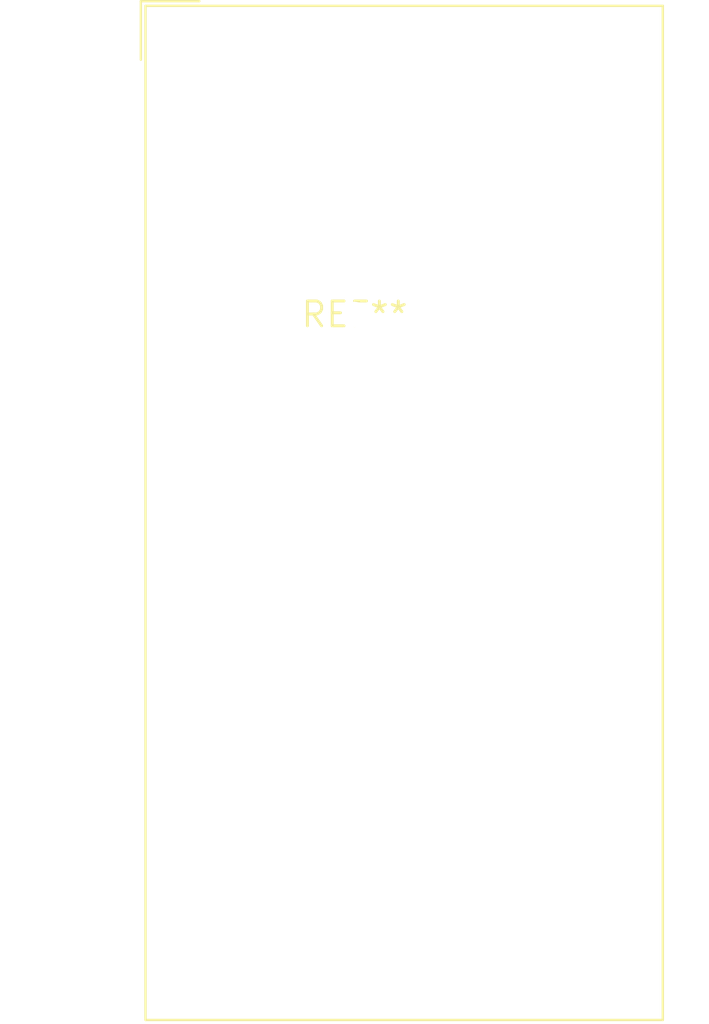
<source format=kicad_pcb>
(kicad_pcb (version 20240108) (generator pcbnew)
  (layers (0 "F.Cu" signal) (31 "B.Cu" signal) (34 "B.Paste" user) (35 "F.Paste" user) (36 "B.SilkS" user "B.Silkscreen") (37 "F.SilkS" user "F.Silkscreen") (38 "B.Mask" user) (39 "F.Mask" user) (44 "Edge.Cuts" user))
  (net 0 "")
  (footprint "Converter_DCDC_MeanWell_NSD10_THT" (layer "F.Cu") (at 0 0)
    (property "Reference" "REF**")
    (property "Value" "Converter_DCDC_MeanWell_NSD10_THT")
    (fp_line (start -10.96 -16.04) (end -7.96 -16.04) (layer "F.SilkS") (stroke (width 0.12)))
    (fp_line (start -10.96 -13.04) (end -10.96 -16.04) (layer "F.SilkS") (stroke (width 0.12)))
    (fp_line (start -10.72 -15.8) (end -10.72 36.12) (layer "F.SilkS") (stroke (width 0.12)))
    (fp_line (start -10.72 -15.8) (end 15.8 -15.8) (layer "F.SilkS") (stroke (width 0.12)))
    (fp_line (start -10.72 36.12) (end 15.8 36.12) (layer "F.SilkS") (stroke (width 0.12)))
    (fp_line (start 15.8 -15.8) (end 15.8 36.12) (layer "F.SilkS") (stroke (width 0.12)))
    (pad "1" thru_hole rect (at 0 0) (size 2.8 2.8) (drill 1.3) (layers *.Cu *.Mask) (remove_unused_layers))
    (pad "2" thru_hole circle (at 5.08 0) (size 2.8 2.8) (drill 1.3) (layers *.Cu *.Mask) (remove_unused_layers))
    (pad "3" thru_hole circle (at -7.62 20.32) (size 2.8 2.8) (drill 1.3) (layers *.Cu *.Mask) (remove_unused_layers))
    (pad "4" thru_hole circle (at 2.54 20.32) (size 2.8 2.8) (drill 1.3) (layers *.Cu *.Mask) (remove_unused_layers))
    (pad "5" thru_hole circle (at 12.7 20.32) (size 2.8 2.8) (drill 1.3) (layers *.Cu *.Mask) (remove_unused_layers))
    (pad "6" thru_hole circle (at 12.7 0) (size 2.8 2.8) (drill 1.3) (layers *.Cu *.Mask) (remove_unused_layers))
  )
)
</source>
